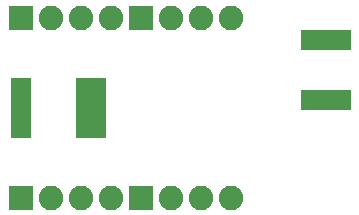
<source format=gbr>
G04 EAGLE Gerber RS-274X export*
G75*
%MOMM*%
%FSLAX34Y34*%
%LPD*%
%INSoldermask Bottom*%
%IPPOS*%
%AMOC8*
5,1,8,0,0,1.08239X$1,22.5*%
G01*
%ADD10R,2.082800X2.082800*%
%ADD11C,2.082800*%
%ADD12R,4.267200X1.727200*%
%ADD13R,2.603200X5.203200*%
%ADD14R,1.803200X5.203200*%


D10*
X12700Y165100D03*
D11*
X38100Y165100D03*
X63500Y165100D03*
X88900Y165100D03*
D10*
X114300Y165100D03*
D11*
X139700Y165100D03*
X165100Y165100D03*
X190500Y165100D03*
D12*
X270764Y95504D03*
X270764Y146304D03*
D13*
X72450Y88900D03*
D14*
X12450Y88900D03*
D10*
X114300Y12700D03*
D11*
X139700Y12700D03*
X165100Y12700D03*
X190500Y12700D03*
D10*
X12700Y12700D03*
D11*
X38100Y12700D03*
X63500Y12700D03*
X88900Y12700D03*
M02*

</source>
